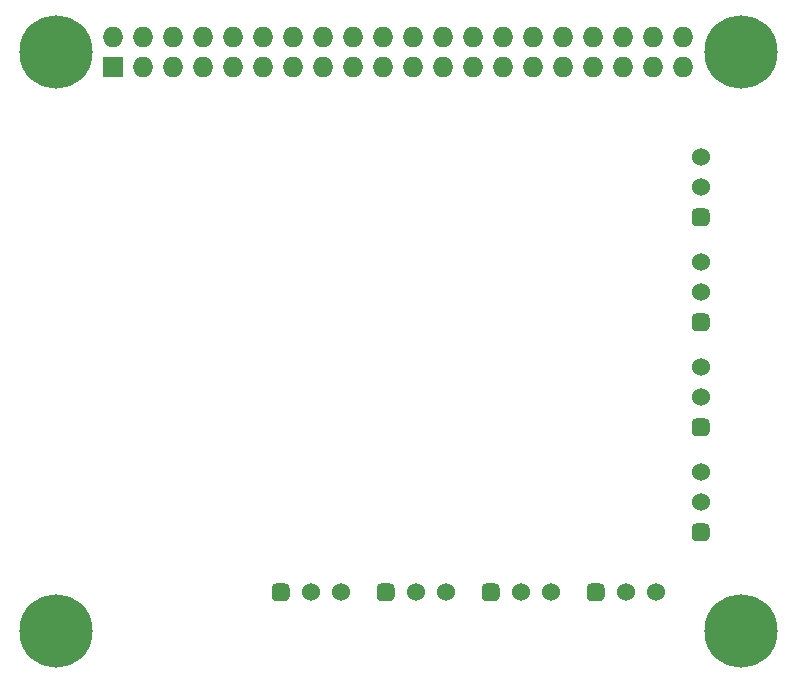
<source format=gbr>
%TF.GenerationSoftware,KiCad,Pcbnew,5.1.8+dfsg1-1+b1*%
%TF.CreationDate,2021-02-16T13:38:33-06:00*%
%TF.ProjectId,interrupt-hat,696e7465-7272-4757-9074-2d6861742e6b,A*%
%TF.SameCoordinates,Original*%
%TF.FileFunction,Soldermask,Bot*%
%TF.FilePolarity,Negative*%
%FSLAX46Y46*%
G04 Gerber Fmt 4.6, Leading zero omitted, Abs format (unit mm)*
G04 Created by KiCad (PCBNEW 5.1.8+dfsg1-1+b1) date 2021-02-16 13:38:33*
%MOMM*%
%LPD*%
G01*
G04 APERTURE LIST*
%ADD10C,1.524000*%
%ADD11O,1.727200X1.727200*%
%ADD12R,1.727200X1.727200*%
%ADD13C,6.200000*%
G04 APERTURE END LIST*
D10*
%TO.C,J8*%
X105410000Y-59690000D03*
X105410000Y-62230000D03*
G36*
G01*
X105791000Y-65532000D02*
X105029000Y-65532000D01*
G75*
G02*
X104648000Y-65151000I0J381000D01*
G01*
X104648000Y-64389000D01*
G75*
G02*
X105029000Y-64008000I381000J0D01*
G01*
X105791000Y-64008000D01*
G75*
G02*
X106172000Y-64389000I0J-381000D01*
G01*
X106172000Y-65151000D01*
G75*
G02*
X105791000Y-65532000I-381000J0D01*
G01*
G37*
%TD*%
%TO.C,J7*%
X105410000Y-68580000D03*
X105410000Y-71120000D03*
G36*
G01*
X105791000Y-74422000D02*
X105029000Y-74422000D01*
G75*
G02*
X104648000Y-74041000I0J381000D01*
G01*
X104648000Y-73279000D01*
G75*
G02*
X105029000Y-72898000I381000J0D01*
G01*
X105791000Y-72898000D01*
G75*
G02*
X106172000Y-73279000I0J-381000D01*
G01*
X106172000Y-74041000D01*
G75*
G02*
X105791000Y-74422000I-381000J0D01*
G01*
G37*
%TD*%
%TO.C,J6*%
X105410000Y-77470000D03*
X105410000Y-80010000D03*
G36*
G01*
X105791000Y-83312000D02*
X105029000Y-83312000D01*
G75*
G02*
X104648000Y-82931000I0J381000D01*
G01*
X104648000Y-82169000D01*
G75*
G02*
X105029000Y-81788000I381000J0D01*
G01*
X105791000Y-81788000D01*
G75*
G02*
X106172000Y-82169000I0J-381000D01*
G01*
X106172000Y-82931000D01*
G75*
G02*
X105791000Y-83312000I-381000J0D01*
G01*
G37*
%TD*%
%TO.C,J5*%
X105410000Y-86360000D03*
X105410000Y-88900000D03*
G36*
G01*
X105791000Y-92202000D02*
X105029000Y-92202000D01*
G75*
G02*
X104648000Y-91821000I0J381000D01*
G01*
X104648000Y-91059000D01*
G75*
G02*
X105029000Y-90678000I381000J0D01*
G01*
X105791000Y-90678000D01*
G75*
G02*
X106172000Y-91059000I0J-381000D01*
G01*
X106172000Y-91821000D01*
G75*
G02*
X105791000Y-92202000I-381000J0D01*
G01*
G37*
%TD*%
%TO.C,J4*%
X101600000Y-96520000D03*
X99060000Y-96520000D03*
G36*
G01*
X95758000Y-96901000D02*
X95758000Y-96139000D01*
G75*
G02*
X96139000Y-95758000I381000J0D01*
G01*
X96901000Y-95758000D01*
G75*
G02*
X97282000Y-96139000I0J-381000D01*
G01*
X97282000Y-96901000D01*
G75*
G02*
X96901000Y-97282000I-381000J0D01*
G01*
X96139000Y-97282000D01*
G75*
G02*
X95758000Y-96901000I0J381000D01*
G01*
G37*
%TD*%
%TO.C,J3*%
X92710000Y-96520000D03*
X90170000Y-96520000D03*
G36*
G01*
X86868000Y-96901000D02*
X86868000Y-96139000D01*
G75*
G02*
X87249000Y-95758000I381000J0D01*
G01*
X88011000Y-95758000D01*
G75*
G02*
X88392000Y-96139000I0J-381000D01*
G01*
X88392000Y-96901000D01*
G75*
G02*
X88011000Y-97282000I-381000J0D01*
G01*
X87249000Y-97282000D01*
G75*
G02*
X86868000Y-96901000I0J381000D01*
G01*
G37*
%TD*%
%TO.C,J2*%
X83820000Y-96520000D03*
X81280000Y-96520000D03*
G36*
G01*
X77978000Y-96901000D02*
X77978000Y-96139000D01*
G75*
G02*
X78359000Y-95758000I381000J0D01*
G01*
X79121000Y-95758000D01*
G75*
G02*
X79502000Y-96139000I0J-381000D01*
G01*
X79502000Y-96901000D01*
G75*
G02*
X79121000Y-97282000I-381000J0D01*
G01*
X78359000Y-97282000D01*
G75*
G02*
X77978000Y-96901000I0J381000D01*
G01*
G37*
%TD*%
%TO.C,J1*%
X74930000Y-96520000D03*
X72390000Y-96520000D03*
G36*
G01*
X69088000Y-96901000D02*
X69088000Y-96139000D01*
G75*
G02*
X69469000Y-95758000I381000J0D01*
G01*
X70231000Y-95758000D01*
G75*
G02*
X70612000Y-96139000I0J-381000D01*
G01*
X70612000Y-96901000D01*
G75*
G02*
X70231000Y-97282000I-381000J0D01*
G01*
X69469000Y-97282000D01*
G75*
G02*
X69088000Y-96901000I0J381000D01*
G01*
G37*
%TD*%
D11*
%TO.C,J0*%
X103930000Y-49530000D03*
X103930000Y-52070000D03*
X101390000Y-49530000D03*
X101390000Y-52070000D03*
X98850000Y-49530000D03*
X98850000Y-52070000D03*
X96310000Y-49530000D03*
X96310000Y-52070000D03*
X93770000Y-49530000D03*
X93770000Y-52070000D03*
X91230000Y-49530000D03*
X91230000Y-52070000D03*
X88690000Y-49530000D03*
X88690000Y-52070000D03*
X86150000Y-49530000D03*
X86150000Y-52070000D03*
X83610000Y-49530000D03*
X83610000Y-52070000D03*
X81070000Y-49530000D03*
X81070000Y-52070000D03*
X78530000Y-49530000D03*
X78530000Y-52070000D03*
X75990000Y-49530000D03*
X75990000Y-52070000D03*
X73450000Y-49530000D03*
X73450000Y-52070000D03*
X70910000Y-49530000D03*
X70910000Y-52070000D03*
X68370000Y-49530000D03*
X68370000Y-52070000D03*
X65830000Y-49530000D03*
X65830000Y-52070000D03*
X63290000Y-49530000D03*
X63290000Y-52070000D03*
X60750000Y-49530000D03*
X60750000Y-52070000D03*
X58210000Y-49530000D03*
X58210000Y-52070000D03*
X55670000Y-49530000D03*
D12*
X55670000Y-52070000D03*
%TD*%
D13*
%TO.C,*%
X108800000Y-50800000D03*
%TD*%
%TO.C,*%
X108800000Y-99800000D03*
%TD*%
%TO.C,*%
X50800000Y-99800000D03*
%TD*%
%TO.C,*%
X50800000Y-50800000D03*
%TD*%
M02*

</source>
